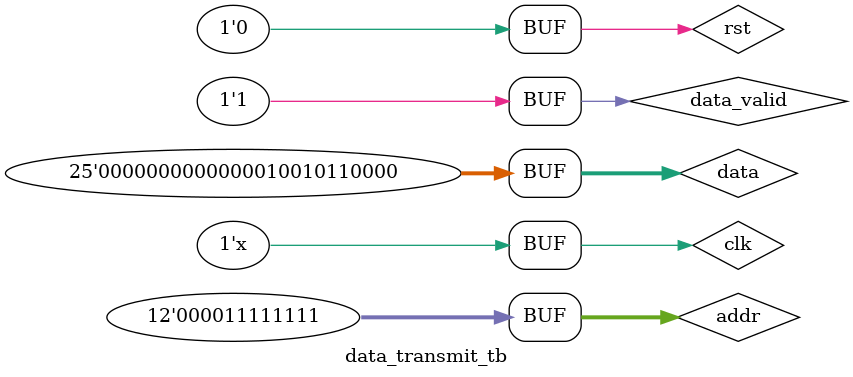
<source format=v>
module data_transmit_tb();

reg clk,rst;
reg[24:0] data;
reg[11:0] addr;
reg data_valid;


always begin
    #5 
    clk <= ~clk;
end

initial begin
    clk <= 0;
    rst <= 1;
    #20
    rst <= 0;
    # 10
    data <= 25'd1200;
    addr <= 12'd255;
    # 10 
    data_valid <= 1;
end

Data_Transmit DATA_TRANSMIT_0(
    .clk(clk),
    .rst(rst),

    .data_valid(data_valid),
    .data(data),
    .addr(addr),

    .RX(RX),
    .TX(TX)
);

endmodule

</source>
